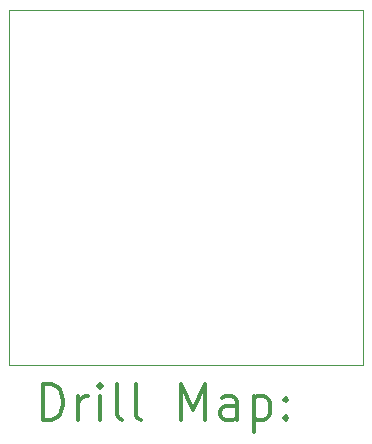
<source format=gbr>
%FSLAX45Y45*%
G04 Gerber Fmt 4.5, Leading zero omitted, Abs format (unit mm)*
G04 Created by KiCad (PCBNEW (5.1.12)-1) date 2022-01-26 09:34:39*
%MOMM*%
%LPD*%
G01*
G04 APERTURE LIST*
%TA.AperFunction,Profile*%
%ADD10C,0.038100*%
%TD*%
%ADD11C,0.200000*%
%ADD12C,0.300000*%
G04 APERTURE END LIST*
D10*
X10000000Y-6000000D02*
X10000000Y-3000000D01*
X10000000Y-6000000D02*
X13000000Y-6000000D01*
X13000000Y-3000000D02*
X13000000Y-6000000D01*
X10000000Y-3000000D02*
X13000000Y-3000000D01*
D11*
D12*
X10284523Y-6467619D02*
X10284523Y-6167619D01*
X10355952Y-6167619D01*
X10398809Y-6181905D01*
X10427381Y-6210476D01*
X10441666Y-6239048D01*
X10455952Y-6296191D01*
X10455952Y-6339048D01*
X10441666Y-6396191D01*
X10427381Y-6424762D01*
X10398809Y-6453334D01*
X10355952Y-6467619D01*
X10284523Y-6467619D01*
X10584523Y-6467619D02*
X10584523Y-6267619D01*
X10584523Y-6324762D02*
X10598809Y-6296191D01*
X10613095Y-6281905D01*
X10641666Y-6267619D01*
X10670238Y-6267619D01*
X10770238Y-6467619D02*
X10770238Y-6267619D01*
X10770238Y-6167619D02*
X10755952Y-6181905D01*
X10770238Y-6196191D01*
X10784523Y-6181905D01*
X10770238Y-6167619D01*
X10770238Y-6196191D01*
X10955952Y-6467619D02*
X10927381Y-6453334D01*
X10913095Y-6424762D01*
X10913095Y-6167619D01*
X11113095Y-6467619D02*
X11084523Y-6453334D01*
X11070238Y-6424762D01*
X11070238Y-6167619D01*
X11455952Y-6467619D02*
X11455952Y-6167619D01*
X11555952Y-6381905D01*
X11655952Y-6167619D01*
X11655952Y-6467619D01*
X11927381Y-6467619D02*
X11927381Y-6310476D01*
X11913095Y-6281905D01*
X11884523Y-6267619D01*
X11827381Y-6267619D01*
X11798809Y-6281905D01*
X11927381Y-6453334D02*
X11898809Y-6467619D01*
X11827381Y-6467619D01*
X11798809Y-6453334D01*
X11784523Y-6424762D01*
X11784523Y-6396191D01*
X11798809Y-6367619D01*
X11827381Y-6353334D01*
X11898809Y-6353334D01*
X11927381Y-6339048D01*
X12070238Y-6267619D02*
X12070238Y-6567619D01*
X12070238Y-6281905D02*
X12098809Y-6267619D01*
X12155952Y-6267619D01*
X12184523Y-6281905D01*
X12198809Y-6296191D01*
X12213095Y-6324762D01*
X12213095Y-6410476D01*
X12198809Y-6439048D01*
X12184523Y-6453334D01*
X12155952Y-6467619D01*
X12098809Y-6467619D01*
X12070238Y-6453334D01*
X12341666Y-6439048D02*
X12355952Y-6453334D01*
X12341666Y-6467619D01*
X12327381Y-6453334D01*
X12341666Y-6439048D01*
X12341666Y-6467619D01*
X12341666Y-6281905D02*
X12355952Y-6296191D01*
X12341666Y-6310476D01*
X12327381Y-6296191D01*
X12341666Y-6281905D01*
X12341666Y-6310476D01*
M02*

</source>
